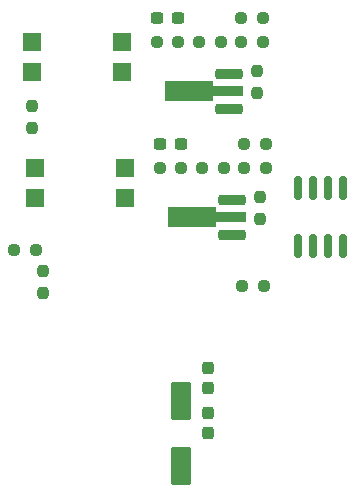
<source format=gbr>
%TF.GenerationSoftware,KiCad,Pcbnew,9.0.3*%
%TF.CreationDate,2025-08-21T00:43:34-03:00*%
%TF.ProjectId,PCB_Conversor,5043425f-436f-46e7-9665-72736f722e6b,rev?*%
%TF.SameCoordinates,Original*%
%TF.FileFunction,Paste,Bot*%
%TF.FilePolarity,Positive*%
%FSLAX46Y46*%
G04 Gerber Fmt 4.6, Leading zero omitted, Abs format (unit mm)*
G04 Created by KiCad (PCBNEW 9.0.3) date 2025-08-21 00:43:34*
%MOMM*%
%LPD*%
G01*
G04 APERTURE LIST*
G04 Aperture macros list*
%AMRoundRect*
0 Rectangle with rounded corners*
0 $1 Rounding radius*
0 $2 $3 $4 $5 $6 $7 $8 $9 X,Y pos of 4 corners*
0 Add a 4 corners polygon primitive as box body*
4,1,4,$2,$3,$4,$5,$6,$7,$8,$9,$2,$3,0*
0 Add four circle primitives for the rounded corners*
1,1,$1+$1,$2,$3*
1,1,$1+$1,$4,$5*
1,1,$1+$1,$6,$7*
1,1,$1+$1,$8,$9*
0 Add four rect primitives between the rounded corners*
20,1,$1+$1,$2,$3,$4,$5,0*
20,1,$1+$1,$4,$5,$6,$7,0*
20,1,$1+$1,$6,$7,$8,$9,0*
20,1,$1+$1,$8,$9,$2,$3,0*%
%AMFreePoly0*
4,1,9,5.362500,-0.866500,1.237500,-0.866500,1.237500,-0.450000,-1.237500,-0.450000,-1.237500,0.450000,1.237500,0.450000,1.237500,0.866500,5.362500,0.866500,5.362500,-0.866500,5.362500,-0.866500,$1*%
G04 Aperture macros list end*
%ADD10RoundRect,0.237500X-0.237500X0.300000X-0.237500X-0.300000X0.237500X-0.300000X0.237500X0.300000X0*%
%ADD11RoundRect,0.237500X-0.250000X-0.237500X0.250000X-0.237500X0.250000X0.237500X-0.250000X0.237500X0*%
%ADD12RoundRect,0.237500X0.250000X0.237500X-0.250000X0.237500X-0.250000X-0.237500X0.250000X-0.237500X0*%
%ADD13RoundRect,0.150000X-0.150000X0.825000X-0.150000X-0.825000X0.150000X-0.825000X0.150000X0.825000X0*%
%ADD14RoundRect,0.250000X0.550000X0.550000X-0.550000X0.550000X-0.550000X-0.550000X0.550000X-0.550000X0*%
%ADD15RoundRect,0.225000X0.925000X0.225000X-0.925000X0.225000X-0.925000X-0.225000X0.925000X-0.225000X0*%
%ADD16FreePoly0,180.000000*%
%ADD17RoundRect,0.237500X-0.237500X0.250000X-0.237500X-0.250000X0.237500X-0.250000X0.237500X0.250000X0*%
%ADD18RoundRect,0.237500X0.300000X0.237500X-0.300000X0.237500X-0.300000X-0.237500X0.300000X-0.237500X0*%
%ADD19RoundRect,0.250000X0.600000X-1.400000X0.600000X1.400000X-0.600000X1.400000X-0.600000X-1.400000X0*%
%ADD20RoundRect,0.237500X0.237500X-0.300000X0.237500X0.300000X-0.237500X0.300000X-0.237500X-0.300000X0*%
G04 APERTURE END LIST*
D10*
%TO.C,C12*%
X105397000Y-131482746D03*
X105397000Y-133207746D03*
%TD*%
D11*
%TO.C,R36*%
X108191000Y-103897246D03*
X110016000Y-103897246D03*
%TD*%
D12*
%TO.C,R34*%
X110016000Y-101865246D03*
X108191000Y-101865246D03*
%TD*%
D13*
%TO.C,U11*%
X113017000Y-116281246D03*
X114287000Y-116281246D03*
X115557000Y-116281246D03*
X116827000Y-116281246D03*
X116827000Y-121231246D03*
X115557000Y-121231246D03*
X114287000Y-121231246D03*
X113017000Y-121231246D03*
%TD*%
D11*
%TO.C,R38*%
X101055500Y-103897246D03*
X102880500Y-103897246D03*
%TD*%
D14*
%TO.C,U14*%
X98158000Y-103897246D03*
X98158000Y-106437246D03*
X90538000Y-106437246D03*
X90538000Y-103897246D03*
%TD*%
D15*
%TO.C,U13*%
X107212000Y-106612246D03*
D16*
X107124500Y-108112246D03*
D15*
X107212000Y-109612246D03*
%TD*%
D12*
%TO.C,R46*%
X90815500Y-121550246D03*
X88990500Y-121550246D03*
%TD*%
D17*
%TO.C,R47*%
X91427000Y-123337746D03*
X91427000Y-125162746D03*
%TD*%
D18*
%TO.C,C18*%
X103084499Y-112533246D03*
X101359499Y-112533246D03*
%TD*%
D14*
%TO.C,U16*%
X98412000Y-114565246D03*
X98412000Y-117105246D03*
X90792000Y-117105246D03*
X90792000Y-114565246D03*
%TD*%
D12*
%TO.C,R27*%
X110119500Y-124598246D03*
X108294500Y-124598246D03*
%TD*%
D11*
%TO.C,R45*%
X101309500Y-114565246D03*
X103134500Y-114565246D03*
%TD*%
D17*
%TO.C,R35*%
X109588000Y-106413746D03*
X109588000Y-108238746D03*
%TD*%
%TO.C,R39*%
X90538000Y-109358246D03*
X90538000Y-111183246D03*
%TD*%
%TO.C,R42*%
X109842000Y-117081745D03*
X109842000Y-118906745D03*
%TD*%
D11*
%TO.C,R44*%
X104889000Y-114565246D03*
X106714000Y-114565246D03*
%TD*%
D12*
%TO.C,R41*%
X110270000Y-112533246D03*
X108445000Y-112533246D03*
%TD*%
D18*
%TO.C,C17*%
X102830500Y-101865246D03*
X101105500Y-101865246D03*
%TD*%
D19*
%TO.C,D10*%
X103111000Y-139794246D03*
X103111000Y-134294246D03*
%TD*%
D15*
%TO.C,U15*%
X107466000Y-117280245D03*
D16*
X107378500Y-118780245D03*
D15*
X107466000Y-120280245D03*
%TD*%
D11*
%TO.C,R37*%
X104635000Y-103897246D03*
X106460000Y-103897246D03*
%TD*%
%TO.C,R43*%
X108445000Y-114565246D03*
X110270000Y-114565246D03*
%TD*%
D20*
%TO.C,C13*%
X105397000Y-137044246D03*
X105397000Y-135319246D03*
%TD*%
M02*

</source>
